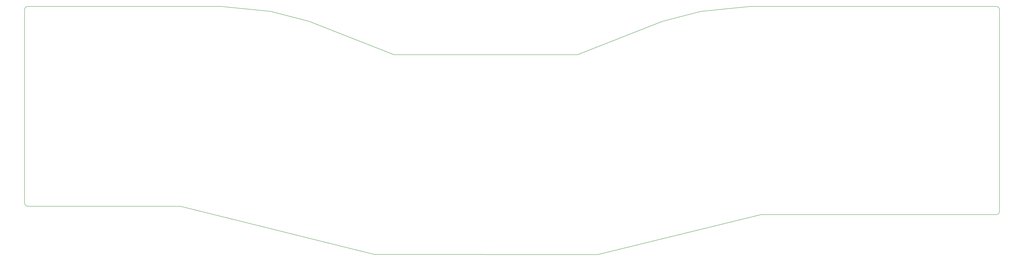
<source format=gm1>
G04 #@! TF.GenerationSoftware,KiCad,Pcbnew,7.0.7*
G04 #@! TF.CreationDate,2023-09-16T21:00:12-07:00*
G04 #@! TF.ProjectId,pcb,7063622e-6b69-4636-9164-5f7063625858,rev?*
G04 #@! TF.SameCoordinates,Original*
G04 #@! TF.FileFunction,Profile,NP*
%FSLAX46Y46*%
G04 Gerber Fmt 4.6, Leading zero omitted, Abs format (unit mm)*
G04 Created by KiCad (PCBNEW 7.0.7) date 2023-09-16 21:00:12*
%MOMM*%
%LPD*%
G01*
G04 APERTURE LIST*
G04 #@! TA.AperFunction,Profile*
%ADD10C,0.200000*%
G04 #@! TD*
G04 APERTURE END LIST*
D10*
X-18669000Y-355600000D02*
G75*
G03*
X-17081500Y-357187500I1587500J0D01*
G01*
X-17081500Y-261937500D02*
G75*
G03*
X-18669000Y-263525000I0J-1587500D01*
G01*
X74612500Y-261937500D02*
X-17081500Y-261937500D01*
X98425000Y-264318750D02*
X74612500Y-261937500D01*
X116681250Y-269081250D02*
X157162500Y-284956250D01*
X98425000Y-264318750D02*
X116681250Y-269081250D01*
X303212500Y-264318750D02*
X327025000Y-261937500D01*
X284956250Y-269081250D02*
X244475000Y-284956250D01*
X157162500Y-284956250D02*
X244475000Y-284956250D01*
X284956250Y-269081250D02*
X303212500Y-264318750D01*
X445293750Y-263525000D02*
G75*
G03*
X443706250Y-261937500I-1587500J0D01*
G01*
X443706250Y-361156250D02*
G75*
G03*
X445293750Y-359568750I0J1587500D01*
G01*
X327025000Y-261937500D02*
X443706250Y-261937500D01*
X445293750Y-359568750D02*
X445293750Y-263525000D01*
X443706250Y-361156250D02*
X331851000Y-361156250D01*
X331851000Y-361156250D02*
X254000000Y-380206250D01*
X147750000Y-380162500D02*
X55499000Y-357187500D01*
X-17081500Y-357187500D02*
X55499000Y-357187500D01*
X147750000Y-380162500D02*
X254000000Y-380206250D01*
X-18669000Y-263525000D02*
X-18669000Y-355600000D01*
M02*

</source>
